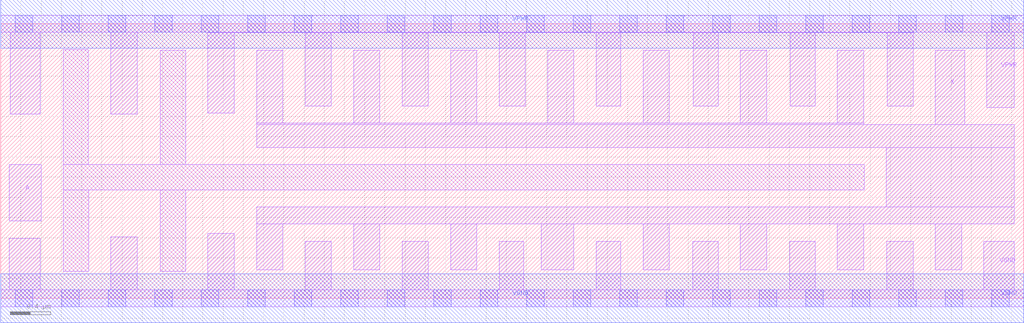
<source format=lef>
# Copyright 2020 The SkyWater PDK Authors
#
# Licensed under the Apache License, Version 2.0 (the "License");
# you may not use this file except in compliance with the License.
# You may obtain a copy of the License at
#
#     https://www.apache.org/licenses/LICENSE-2.0
#
# Unless required by applicable law or agreed to in writing, software
# distributed under the License is distributed on an "AS IS" BASIS,
# WITHOUT WARRANTIES OR CONDITIONS OF ANY KIND, either express or implied.
# See the License for the specific language governing permissions and
# limitations under the License.
#
# SPDX-License-Identifier: Apache-2.0

VERSION 5.7 ;
  NAMESCASESENSITIVE ON ;
  NOWIREEXTENSIONATPIN ON ;
  DIVIDERCHAR "/" ;
  BUSBITCHARS "[]" ;
UNITS
  DATABASE MICRONS 200 ;
END UNITS
PROPERTYDEFINITIONS
  MACRO maskLayoutSubType STRING ;
  MACRO prCellType STRING ;
  MACRO originalViewName STRING ;
END PROPERTYDEFINITIONS
MACRO sky130_fd_sc_hdll__clkbuf_16
  CLASS CORE ;
  FOREIGN sky130_fd_sc_hdll__clkbuf_16 ;
  ORIGIN  0.000000  0.000000 ;
  SIZE  10.12000 BY  2.720000 ;
  SYMMETRY X Y R90 ;
  SITE unithd ;
  PIN A
    ANTENNAGATEAREA  0.972000 ;
    DIRECTION INPUT ;
    USE SIGNAL ;
    PORT
      LAYER li1 ;
        RECT 0.085000 0.765000 0.400000 1.325000 ;
    END
  END A
  PIN X
    ANTENNADIFFAREA  3.529800 ;
    DIRECTION OUTPUT ;
    USE SIGNAL ;
    PORT
      LAYER li1 ;
        RECT 2.530000 0.280000  2.790000 0.735000 ;
        RECT 2.530000 0.735000 10.025000 0.905000 ;
        RECT 2.530000 1.495000 10.025000 1.720000 ;
        RECT 2.530000 1.720000  8.535000 1.735000 ;
        RECT 2.530000 1.735000  2.790000 2.460000 ;
        RECT 3.490000 0.280000  3.750000 0.735000 ;
        RECT 3.490000 1.735000  3.750000 2.460000 ;
        RECT 4.450000 0.280000  4.710000 0.735000 ;
        RECT 4.450000 1.735000  4.710000 2.460000 ;
        RECT 5.345000 0.280000  5.670000 0.735000 ;
        RECT 5.410000 1.735000  5.670000 2.460000 ;
        RECT 6.355000 0.280000  6.615000 0.735000 ;
        RECT 6.355000 1.735000  6.615000 2.460000 ;
        RECT 7.315000 0.280000  7.575000 0.735000 ;
        RECT 7.315000 1.735000  7.575000 2.460000 ;
        RECT 8.275000 0.280000  8.535000 0.735000 ;
        RECT 8.275000 1.735000  8.535000 2.460000 ;
        RECT 8.760000 0.905000 10.025000 1.495000 ;
        RECT 9.245000 0.280000  9.505000 0.735000 ;
        RECT 9.245000 1.720000  9.535000 2.460000 ;
    END
  END X
  PIN VGND
    DIRECTION INOUT ;
    USE GROUND ;
    PORT
      LAYER li1 ;
        RECT 0.000000 -0.085000 10.120000 0.085000 ;
        RECT 0.085000  0.085000  0.390000 0.595000 ;
        RECT 1.090000  0.085000  1.350000 0.610000 ;
        RECT 2.050000  0.085000  2.310000 0.645000 ;
        RECT 3.010000  0.085000  3.270000 0.565000 ;
        RECT 3.970000  0.085000  4.230000 0.565000 ;
        RECT 4.930000  0.085000  5.175000 0.565000 ;
        RECT 5.890000  0.085000  6.135000 0.565000 ;
        RECT 6.845000  0.085000  7.095000 0.565000 ;
        RECT 7.805000  0.085000  8.055000 0.565000 ;
        RECT 8.765000  0.085000  9.025000 0.565000 ;
        RECT 9.725000  0.085000 10.025000 0.565000 ;
      LAYER mcon ;
        RECT 0.145000 -0.085000 0.315000 0.085000 ;
        RECT 0.605000 -0.085000 0.775000 0.085000 ;
        RECT 1.065000 -0.085000 1.235000 0.085000 ;
        RECT 1.525000 -0.085000 1.695000 0.085000 ;
        RECT 1.985000 -0.085000 2.155000 0.085000 ;
        RECT 2.445000 -0.085000 2.615000 0.085000 ;
        RECT 2.905000 -0.085000 3.075000 0.085000 ;
        RECT 3.365000 -0.085000 3.535000 0.085000 ;
        RECT 3.825000 -0.085000 3.995000 0.085000 ;
        RECT 4.285000 -0.085000 4.455000 0.085000 ;
        RECT 4.745000 -0.085000 4.915000 0.085000 ;
        RECT 5.205000 -0.085000 5.375000 0.085000 ;
        RECT 5.665000 -0.085000 5.835000 0.085000 ;
        RECT 6.125000 -0.085000 6.295000 0.085000 ;
        RECT 6.585000 -0.085000 6.755000 0.085000 ;
        RECT 7.045000 -0.085000 7.215000 0.085000 ;
        RECT 7.505000 -0.085000 7.675000 0.085000 ;
        RECT 7.965000 -0.085000 8.135000 0.085000 ;
        RECT 8.425000 -0.085000 8.595000 0.085000 ;
        RECT 8.885000 -0.085000 9.055000 0.085000 ;
        RECT 9.345000 -0.085000 9.515000 0.085000 ;
        RECT 9.805000 -0.085000 9.975000 0.085000 ;
      LAYER met1 ;
        RECT 0.000000 -0.240000 10.120000 0.240000 ;
    END
  END VGND
  PIN VPWR
    DIRECTION INOUT ;
    USE POWER ;
    PORT
      LAYER li1 ;
        RECT 0.000000 2.635000 10.120000 2.805000 ;
        RECT 0.095000 1.825000  0.390000 2.635000 ;
        RECT 1.090000 1.825000  1.350000 2.635000 ;
        RECT 2.050000 1.835000  2.310000 2.630000 ;
        RECT 2.050000 2.630000  9.025000 2.635000 ;
        RECT 3.010000 1.905000  3.270000 2.630000 ;
        RECT 3.970000 1.905000  4.230000 2.630000 ;
        RECT 4.930000 1.905000  5.190000 2.630000 ;
        RECT 5.890000 1.905000  6.135000 2.630000 ;
        RECT 6.850000 1.905000  7.095000 2.630000 ;
        RECT 7.810000 1.905000  8.055000 2.630000 ;
        RECT 8.770000 1.905000  9.025000 2.630000 ;
        RECT 9.755000 1.890000 10.025000 2.635000 ;
      LAYER mcon ;
        RECT 0.145000 2.635000 0.315000 2.805000 ;
        RECT 0.605000 2.635000 0.775000 2.805000 ;
        RECT 1.065000 2.635000 1.235000 2.805000 ;
        RECT 1.525000 2.635000 1.695000 2.805000 ;
        RECT 1.985000 2.635000 2.155000 2.805000 ;
        RECT 2.445000 2.635000 2.615000 2.805000 ;
        RECT 2.905000 2.635000 3.075000 2.805000 ;
        RECT 3.365000 2.635000 3.535000 2.805000 ;
        RECT 3.825000 2.635000 3.995000 2.805000 ;
        RECT 4.285000 2.635000 4.455000 2.805000 ;
        RECT 4.745000 2.635000 4.915000 2.805000 ;
        RECT 5.205000 2.635000 5.375000 2.805000 ;
        RECT 5.665000 2.635000 5.835000 2.805000 ;
        RECT 6.125000 2.635000 6.295000 2.805000 ;
        RECT 6.585000 2.635000 6.755000 2.805000 ;
        RECT 7.045000 2.635000 7.215000 2.805000 ;
        RECT 7.505000 2.635000 7.675000 2.805000 ;
        RECT 7.965000 2.635000 8.135000 2.805000 ;
        RECT 8.425000 2.635000 8.595000 2.805000 ;
        RECT 8.885000 2.635000 9.055000 2.805000 ;
        RECT 9.345000 2.635000 9.515000 2.805000 ;
        RECT 9.805000 2.635000 9.975000 2.805000 ;
      LAYER met1 ;
        RECT 0.000000 2.480000 10.120000 2.960000 ;
    END
  END VPWR
  OBS
    LAYER li1 ;
      RECT 0.620000 0.265000 0.870000 1.075000 ;
      RECT 0.620000 1.075000 8.540000 1.325000 ;
      RECT 0.620000 1.325000 0.865000 2.465000 ;
      RECT 1.580000 0.265000 1.830000 1.075000 ;
      RECT 1.580000 1.325000 1.830000 2.460000 ;
  END
  PROPERTY maskLayoutSubType "abstract" ;
  PROPERTY prCellType "standard" ;
  PROPERTY originalViewName "layout" ;
END sky130_fd_sc_hdll__clkbuf_16

</source>
